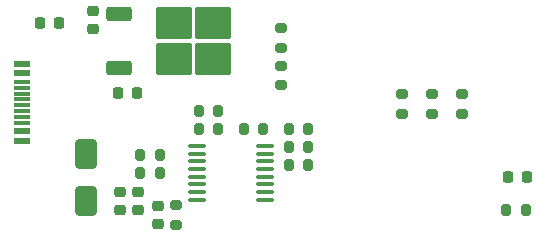
<source format=gtp>
G04 #@! TF.GenerationSoftware,KiCad,Pcbnew,7.0.5-0*
G04 #@! TF.CreationDate,2023-05-30T07:39:27+09:00*
G04 #@! TF.ProjectId,LDR6321_PD_Decoy,4c445236-3332-4315-9f50-445f4465636f,0.5*
G04 #@! TF.SameCoordinates,Original*
G04 #@! TF.FileFunction,Paste,Top*
G04 #@! TF.FilePolarity,Positive*
%FSLAX46Y46*%
G04 Gerber Fmt 4.6, Leading zero omitted, Abs format (unit mm)*
G04 Created by KiCad (PCBNEW 7.0.5-0) date 2023-05-30 07:39:27*
%MOMM*%
%LPD*%
G01*
G04 APERTURE LIST*
G04 Aperture macros list*
%AMRoundRect*
0 Rectangle with rounded corners*
0 $1 Rounding radius*
0 $2 $3 $4 $5 $6 $7 $8 $9 X,Y pos of 4 corners*
0 Add a 4 corners polygon primitive as box body*
4,1,4,$2,$3,$4,$5,$6,$7,$8,$9,$2,$3,0*
0 Add four circle primitives for the rounded corners*
1,1,$1+$1,$2,$3*
1,1,$1+$1,$4,$5*
1,1,$1+$1,$6,$7*
1,1,$1+$1,$8,$9*
0 Add four rect primitives between the rounded corners*
20,1,$1+$1,$2,$3,$4,$5,0*
20,1,$1+$1,$4,$5,$6,$7,0*
20,1,$1+$1,$6,$7,$8,$9,0*
20,1,$1+$1,$8,$9,$2,$3,0*%
G04 Aperture macros list end*
%ADD10RoundRect,0.200000X-0.200000X-0.275000X0.200000X-0.275000X0.200000X0.275000X-0.200000X0.275000X0*%
%ADD11RoundRect,0.250000X-0.850000X-0.350000X0.850000X-0.350000X0.850000X0.350000X-0.850000X0.350000X0*%
%ADD12RoundRect,0.250000X-1.275000X-1.125000X1.275000X-1.125000X1.275000X1.125000X-1.275000X1.125000X0*%
%ADD13RoundRect,0.225000X-0.225000X-0.250000X0.225000X-0.250000X0.225000X0.250000X-0.225000X0.250000X0*%
%ADD14RoundRect,0.218750X0.218750X0.256250X-0.218750X0.256250X-0.218750X-0.256250X0.218750X-0.256250X0*%
%ADD15RoundRect,0.225000X-0.250000X0.225000X-0.250000X-0.225000X0.250000X-0.225000X0.250000X0.225000X0*%
%ADD16RoundRect,0.200000X0.275000X-0.200000X0.275000X0.200000X-0.275000X0.200000X-0.275000X-0.200000X0*%
%ADD17RoundRect,0.200000X-0.275000X0.200000X-0.275000X-0.200000X0.275000X-0.200000X0.275000X0.200000X0*%
%ADD18RoundRect,0.100000X0.637500X0.100000X-0.637500X0.100000X-0.637500X-0.100000X0.637500X-0.100000X0*%
%ADD19RoundRect,0.200000X0.200000X0.275000X-0.200000X0.275000X-0.200000X-0.275000X0.200000X-0.275000X0*%
%ADD20RoundRect,0.250000X0.650000X-1.000000X0.650000X1.000000X-0.650000X1.000000X-0.650000X-1.000000X0*%
%ADD21R,1.450000X0.600000*%
%ADD22R,1.450000X0.300000*%
%ADD23RoundRect,0.225000X0.225000X0.250000X-0.225000X0.250000X-0.225000X-0.250000X0.225000X-0.250000X0*%
G04 APERTURE END LIST*
D10*
X124778000Y-78473000D03*
X126428000Y-78473000D03*
X150813000Y-85344000D03*
X152463000Y-85344000D03*
D11*
X118023000Y-68713000D03*
D12*
X122648000Y-69468000D03*
X122648000Y-72518000D03*
X125998000Y-69468000D03*
X125998000Y-72518000D03*
D11*
X118023000Y-73273000D03*
D13*
X117970000Y-75438000D03*
X119520000Y-75438000D03*
D14*
X152552500Y-82550000D03*
X150977500Y-82550000D03*
D15*
X119634000Y-83794000D03*
X119634000Y-85344000D03*
D16*
X144526000Y-77152000D03*
X144526000Y-75502000D03*
D10*
X119825000Y-82169000D03*
X121475000Y-82169000D03*
D16*
X141986000Y-77152000D03*
X141986000Y-75502000D03*
D17*
X122809000Y-84900000D03*
X122809000Y-86550000D03*
D18*
X130370500Y-84441000D03*
X130370500Y-83791000D03*
X130370500Y-83141000D03*
X130370500Y-82491000D03*
X130370500Y-81841000D03*
X130370500Y-81191000D03*
X130370500Y-80541000D03*
X130370500Y-79891000D03*
X124645500Y-79891000D03*
X124645500Y-80541000D03*
X124645500Y-81191000D03*
X124645500Y-81841000D03*
X124645500Y-82491000D03*
X124645500Y-83141000D03*
X124645500Y-83791000D03*
X124645500Y-84441000D03*
D15*
X121285000Y-84950000D03*
X121285000Y-86500000D03*
X115824000Y-68440000D03*
X115824000Y-69990000D03*
D19*
X130238000Y-78473000D03*
X128588000Y-78473000D03*
X134048000Y-81521000D03*
X132398000Y-81521000D03*
X126428000Y-76949000D03*
X124778000Y-76949000D03*
D10*
X119825000Y-80645000D03*
X121475000Y-80645000D03*
D20*
X115189000Y-84550000D03*
X115189000Y-80550000D03*
D16*
X131699000Y-71564000D03*
X131699000Y-69914000D03*
D10*
X132398000Y-78473000D03*
X134048000Y-78473000D03*
D16*
X131699000Y-74739000D03*
X131699000Y-73089000D03*
D21*
X109769000Y-72950000D03*
X109769000Y-73750000D03*
D22*
X109769000Y-74950000D03*
X109769000Y-75950000D03*
X109769000Y-76450000D03*
X109769000Y-77450000D03*
D21*
X109769000Y-78650000D03*
X109769000Y-79450000D03*
X109769000Y-79450000D03*
X109769000Y-78650000D03*
D22*
X109769000Y-77950000D03*
X109769000Y-76950000D03*
X109769000Y-75450000D03*
X109769000Y-74450000D03*
D21*
X109769000Y-73750000D03*
X109769000Y-72950000D03*
D15*
X118110000Y-83794000D03*
X118110000Y-85344000D03*
D23*
X112916000Y-69469000D03*
X111366000Y-69469000D03*
D16*
X147066000Y-77152000D03*
X147066000Y-75502000D03*
D10*
X132398000Y-79997000D03*
X134048000Y-79997000D03*
M02*

</source>
